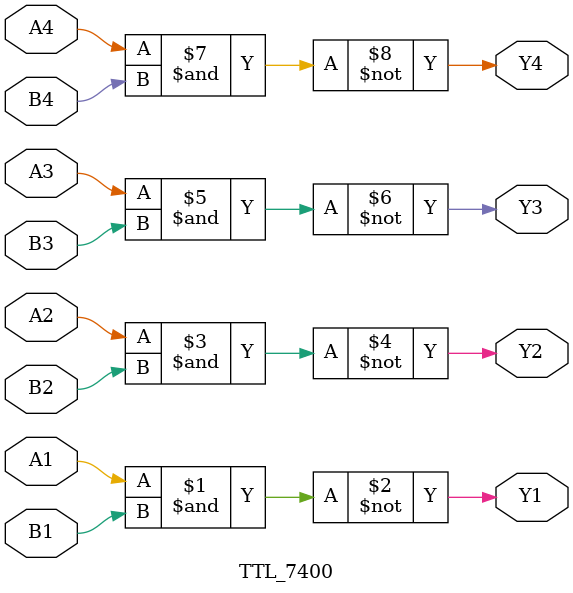
<source format=v>

`timescale 1ns/10ps

module TTL_7400 (
   input  A1, B1,     // Unit A
   output Y1,
   input  A2, B2,     // Unit B
   output Y2,
   input  A3, B3,     // Unit C
   output Y3,
   input  A4, B4,     // Unit D
   output Y4
   );

   // 15ns rise and fall
   not #(15) (Y1, A1 & B1);
   not #(15) (Y2, A2 & B2);
   not #(15) (Y3, A3 & B3);
   not #(15) (Y4, A4 & B4);
endmodule


</source>
